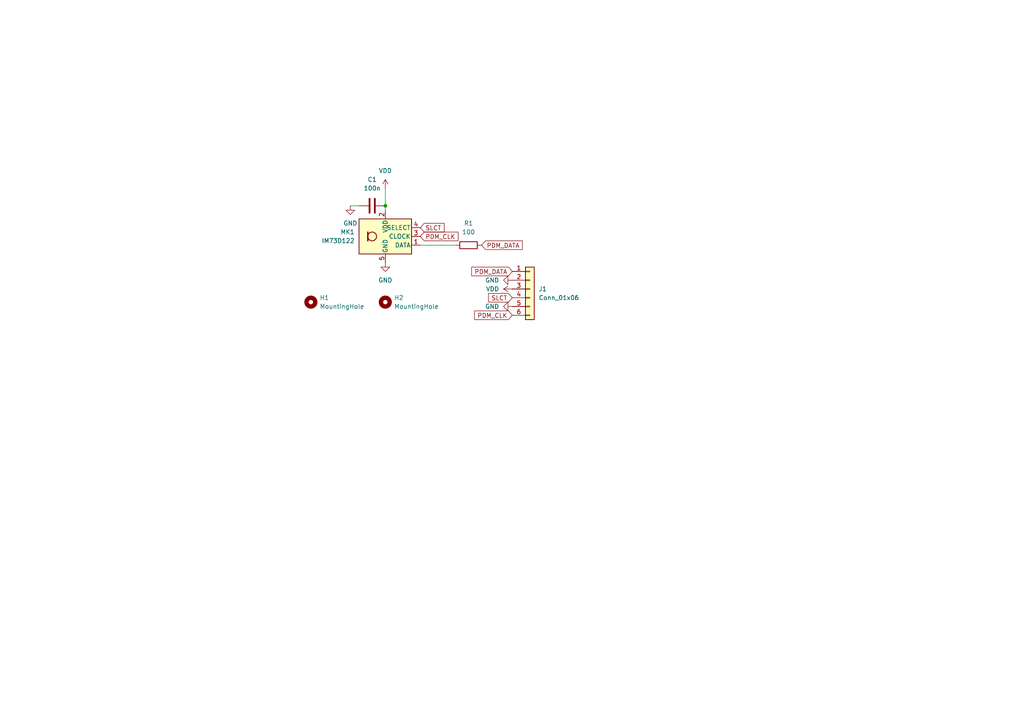
<source format=kicad_sch>
(kicad_sch
	(version 20231120)
	(generator "eeschema")
	(generator_version "8.0")
	(uuid "3679830d-971e-4103-a853-de9ec8119d58")
	(paper "A4")
	(lib_symbols
		(symbol "Connector_Generic:Conn_01x06"
			(pin_names
				(offset 1.016) hide)
			(exclude_from_sim no)
			(in_bom yes)
			(on_board yes)
			(property "Reference" "J"
				(at 0 7.62 0)
				(effects
					(font
						(size 1.27 1.27)
					)
				)
			)
			(property "Value" "Conn_01x06"
				(at 0 -10.16 0)
				(effects
					(font
						(size 1.27 1.27)
					)
				)
			)
			(property "Footprint" ""
				(at 0 0 0)
				(effects
					(font
						(size 1.27 1.27)
					)
					(hide yes)
				)
			)
			(property "Datasheet" "~"
				(at 0 0 0)
				(effects
					(font
						(size 1.27 1.27)
					)
					(hide yes)
				)
			)
			(property "Description" "Generic connector, single row, 01x06, script generated (kicad-library-utils/schlib/autogen/connector/)"
				(at 0 0 0)
				(effects
					(font
						(size 1.27 1.27)
					)
					(hide yes)
				)
			)
			(property "ki_keywords" "connector"
				(at 0 0 0)
				(effects
					(font
						(size 1.27 1.27)
					)
					(hide yes)
				)
			)
			(property "ki_fp_filters" "Connector*:*_1x??_*"
				(at 0 0 0)
				(effects
					(font
						(size 1.27 1.27)
					)
					(hide yes)
				)
			)
			(symbol "Conn_01x06_1_1"
				(rectangle
					(start -1.27 -7.493)
					(end 0 -7.747)
					(stroke
						(width 0.1524)
						(type default)
					)
					(fill
						(type none)
					)
				)
				(rectangle
					(start -1.27 -4.953)
					(end 0 -5.207)
					(stroke
						(width 0.1524)
						(type default)
					)
					(fill
						(type none)
					)
				)
				(rectangle
					(start -1.27 -2.413)
					(end 0 -2.667)
					(stroke
						(width 0.1524)
						(type default)
					)
					(fill
						(type none)
					)
				)
				(rectangle
					(start -1.27 0.127)
					(end 0 -0.127)
					(stroke
						(width 0.1524)
						(type default)
					)
					(fill
						(type none)
					)
				)
				(rectangle
					(start -1.27 2.667)
					(end 0 2.413)
					(stroke
						(width 0.1524)
						(type default)
					)
					(fill
						(type none)
					)
				)
				(rectangle
					(start -1.27 5.207)
					(end 0 4.953)
					(stroke
						(width 0.1524)
						(type default)
					)
					(fill
						(type none)
					)
				)
				(rectangle
					(start -1.27 6.35)
					(end 1.27 -8.89)
					(stroke
						(width 0.254)
						(type default)
					)
					(fill
						(type background)
					)
				)
				(pin passive line
					(at -5.08 5.08 0)
					(length 3.81)
					(name "Pin_1"
						(effects
							(font
								(size 1.27 1.27)
							)
						)
					)
					(number "1"
						(effects
							(font
								(size 1.27 1.27)
							)
						)
					)
				)
				(pin passive line
					(at -5.08 2.54 0)
					(length 3.81)
					(name "Pin_2"
						(effects
							(font
								(size 1.27 1.27)
							)
						)
					)
					(number "2"
						(effects
							(font
								(size 1.27 1.27)
							)
						)
					)
				)
				(pin passive line
					(at -5.08 0 0)
					(length 3.81)
					(name "Pin_3"
						(effects
							(font
								(size 1.27 1.27)
							)
						)
					)
					(number "3"
						(effects
							(font
								(size 1.27 1.27)
							)
						)
					)
				)
				(pin passive line
					(at -5.08 -2.54 0)
					(length 3.81)
					(name "Pin_4"
						(effects
							(font
								(size 1.27 1.27)
							)
						)
					)
					(number "4"
						(effects
							(font
								(size 1.27 1.27)
							)
						)
					)
				)
				(pin passive line
					(at -5.08 -5.08 0)
					(length 3.81)
					(name "Pin_5"
						(effects
							(font
								(size 1.27 1.27)
							)
						)
					)
					(number "5"
						(effects
							(font
								(size 1.27 1.27)
							)
						)
					)
				)
				(pin passive line
					(at -5.08 -7.62 0)
					(length 3.81)
					(name "Pin_6"
						(effects
							(font
								(size 1.27 1.27)
							)
						)
					)
					(number "6"
						(effects
							(font
								(size 1.27 1.27)
							)
						)
					)
				)
			)
		)
		(symbol "Device:C"
			(pin_numbers hide)
			(pin_names
				(offset 0.254)
			)
			(exclude_from_sim no)
			(in_bom yes)
			(on_board yes)
			(property "Reference" "C"
				(at 0.635 2.54 0)
				(effects
					(font
						(size 1.27 1.27)
					)
					(justify left)
				)
			)
			(property "Value" "C"
				(at 0.635 -2.54 0)
				(effects
					(font
						(size 1.27 1.27)
					)
					(justify left)
				)
			)
			(property "Footprint" ""
				(at 0.9652 -3.81 0)
				(effects
					(font
						(size 1.27 1.27)
					)
					(hide yes)
				)
			)
			(property "Datasheet" "~"
				(at 0 0 0)
				(effects
					(font
						(size 1.27 1.27)
					)
					(hide yes)
				)
			)
			(property "Description" "Unpolarized capacitor"
				(at 0 0 0)
				(effects
					(font
						(size 1.27 1.27)
					)
					(hide yes)
				)
			)
			(property "ki_keywords" "cap capacitor"
				(at 0 0 0)
				(effects
					(font
						(size 1.27 1.27)
					)
					(hide yes)
				)
			)
			(property "ki_fp_filters" "C_*"
				(at 0 0 0)
				(effects
					(font
						(size 1.27 1.27)
					)
					(hide yes)
				)
			)
			(symbol "C_0_1"
				(polyline
					(pts
						(xy -2.032 -0.762) (xy 2.032 -0.762)
					)
					(stroke
						(width 0.508)
						(type default)
					)
					(fill
						(type none)
					)
				)
				(polyline
					(pts
						(xy -2.032 0.762) (xy 2.032 0.762)
					)
					(stroke
						(width 0.508)
						(type default)
					)
					(fill
						(type none)
					)
				)
			)
			(symbol "C_1_1"
				(pin passive line
					(at 0 3.81 270)
					(length 2.794)
					(name "~"
						(effects
							(font
								(size 1.27 1.27)
							)
						)
					)
					(number "1"
						(effects
							(font
								(size 1.27 1.27)
							)
						)
					)
				)
				(pin passive line
					(at 0 -3.81 90)
					(length 2.794)
					(name "~"
						(effects
							(font
								(size 1.27 1.27)
							)
						)
					)
					(number "2"
						(effects
							(font
								(size 1.27 1.27)
							)
						)
					)
				)
			)
		)
		(symbol "Device:R"
			(pin_numbers hide)
			(pin_names
				(offset 0)
			)
			(exclude_from_sim no)
			(in_bom yes)
			(on_board yes)
			(property "Reference" "R"
				(at 2.032 0 90)
				(effects
					(font
						(size 1.27 1.27)
					)
				)
			)
			(property "Value" "R"
				(at 0 0 90)
				(effects
					(font
						(size 1.27 1.27)
					)
				)
			)
			(property "Footprint" ""
				(at -1.778 0 90)
				(effects
					(font
						(size 1.27 1.27)
					)
					(hide yes)
				)
			)
			(property "Datasheet" "~"
				(at 0 0 0)
				(effects
					(font
						(size 1.27 1.27)
					)
					(hide yes)
				)
			)
			(property "Description" "Resistor"
				(at 0 0 0)
				(effects
					(font
						(size 1.27 1.27)
					)
					(hide yes)
				)
			)
			(property "ki_keywords" "R res resistor"
				(at 0 0 0)
				(effects
					(font
						(size 1.27 1.27)
					)
					(hide yes)
				)
			)
			(property "ki_fp_filters" "R_*"
				(at 0 0 0)
				(effects
					(font
						(size 1.27 1.27)
					)
					(hide yes)
				)
			)
			(symbol "R_0_1"
				(rectangle
					(start -1.016 -2.54)
					(end 1.016 2.54)
					(stroke
						(width 0.254)
						(type default)
					)
					(fill
						(type none)
					)
				)
			)
			(symbol "R_1_1"
				(pin passive line
					(at 0 3.81 270)
					(length 1.27)
					(name "~"
						(effects
							(font
								(size 1.27 1.27)
							)
						)
					)
					(number "1"
						(effects
							(font
								(size 1.27 1.27)
							)
						)
					)
				)
				(pin passive line
					(at 0 -3.81 90)
					(length 1.27)
					(name "~"
						(effects
							(font
								(size 1.27 1.27)
							)
						)
					)
					(number "2"
						(effects
							(font
								(size 1.27 1.27)
							)
						)
					)
				)
			)
		)
		(symbol "Mechanical:MountingHole"
			(pin_names
				(offset 1.016)
			)
			(exclude_from_sim yes)
			(in_bom no)
			(on_board yes)
			(property "Reference" "H"
				(at 0 5.08 0)
				(effects
					(font
						(size 1.27 1.27)
					)
				)
			)
			(property "Value" "MountingHole"
				(at 0 3.175 0)
				(effects
					(font
						(size 1.27 1.27)
					)
				)
			)
			(property "Footprint" ""
				(at 0 0 0)
				(effects
					(font
						(size 1.27 1.27)
					)
					(hide yes)
				)
			)
			(property "Datasheet" "~"
				(at 0 0 0)
				(effects
					(font
						(size 1.27 1.27)
					)
					(hide yes)
				)
			)
			(property "Description" "Mounting Hole without connection"
				(at 0 0 0)
				(effects
					(font
						(size 1.27 1.27)
					)
					(hide yes)
				)
			)
			(property "ki_keywords" "mounting hole"
				(at 0 0 0)
				(effects
					(font
						(size 1.27 1.27)
					)
					(hide yes)
				)
			)
			(property "ki_fp_filters" "MountingHole*"
				(at 0 0 0)
				(effects
					(font
						(size 1.27 1.27)
					)
					(hide yes)
				)
			)
			(symbol "MountingHole_0_1"
				(circle
					(center 0 0)
					(radius 1.27)
					(stroke
						(width 1.27)
						(type default)
					)
					(fill
						(type none)
					)
				)
			)
		)
		(symbol "Sensor_Audio:IM69D130"
			(pin_names
				(offset 0.254)
			)
			(exclude_from_sim no)
			(in_bom yes)
			(on_board yes)
			(property "Reference" "MK"
				(at -7.62 6.35 0)
				(effects
					(font
						(size 1.27 1.27)
					)
					(justify left)
				)
			)
			(property "Value" "IM69D130"
				(at 1.27 6.35 0)
				(effects
					(font
						(size 1.27 1.27)
					)
					(justify left)
				)
			)
			(property "Footprint" "Sensor_Audio:Infineon_PG-LLGA-5-1"
				(at 17.78 -7.62 0)
				(effects
					(font
						(size 1.27 1.27)
						(italic yes)
					)
					(hide yes)
				)
			)
			(property "Datasheet" "https://www.infineon.com/dgdl/Infineon-IM69D130-DS-v01_00-EN.pdf?fileId=5546d462602a9dc801607a0e46511a2e"
				(at 0 0 0)
				(effects
					(font
						(size 1.27 1.27)
					)
					(hide yes)
				)
			)
			(property "Description" "High performance digital XENSIV MEMS microphone, -36 dBFS Sensitivity, LLGA-5"
				(at 0 0 0)
				(effects
					(font
						(size 1.27 1.27)
					)
					(hide yes)
				)
			)
			(property "ki_keywords" "mems microphone"
				(at 0 0 0)
				(effects
					(font
						(size 1.27 1.27)
					)
					(hide yes)
				)
			)
			(property "ki_fp_filters" "Infineon*PG*LLGA*"
				(at 0 0 0)
				(effects
					(font
						(size 1.27 1.27)
					)
					(hide yes)
				)
			)
			(symbol "IM69D130_0_1"
				(rectangle
					(start -7.62 5.08)
					(end 7.62 -5.08)
					(stroke
						(width 0.254)
						(type default)
					)
					(fill
						(type background)
					)
				)
				(circle
					(center -3.81 0)
					(radius 1.27)
					(stroke
						(width 0.254)
						(type default)
					)
					(fill
						(type none)
					)
				)
				(polyline
					(pts
						(xy -5.08 1.27) (xy -5.08 -1.27)
					)
					(stroke
						(width 0.381)
						(type default)
					)
					(fill
						(type none)
					)
				)
			)
			(symbol "IM69D130_1_1"
				(pin output line
					(at 10.16 -2.54 180)
					(length 2.54)
					(name "DATA"
						(effects
							(font
								(size 1.27 1.27)
							)
						)
					)
					(number "1"
						(effects
							(font
								(size 1.27 1.27)
							)
						)
					)
				)
				(pin power_in line
					(at 0 7.62 270)
					(length 2.54)
					(name "VDD"
						(effects
							(font
								(size 1.27 1.27)
							)
						)
					)
					(number "2"
						(effects
							(font
								(size 1.27 1.27)
							)
						)
					)
				)
				(pin input line
					(at 10.16 0 180)
					(length 2.54)
					(name "CLOCK"
						(effects
							(font
								(size 1.27 1.27)
							)
						)
					)
					(number "3"
						(effects
							(font
								(size 1.27 1.27)
							)
						)
					)
				)
				(pin input line
					(at 10.16 2.54 180)
					(length 2.54)
					(name "SELECT"
						(effects
							(font
								(size 1.27 1.27)
							)
						)
					)
					(number "4"
						(effects
							(font
								(size 1.27 1.27)
							)
						)
					)
				)
				(pin power_in line
					(at 0 -7.62 90)
					(length 2.54)
					(name "GND"
						(effects
							(font
								(size 1.27 1.27)
							)
						)
					)
					(number "5"
						(effects
							(font
								(size 1.27 1.27)
							)
						)
					)
				)
			)
		)
		(symbol "power:GND"
			(power)
			(pin_numbers hide)
			(pin_names
				(offset 0) hide)
			(exclude_from_sim no)
			(in_bom yes)
			(on_board yes)
			(property "Reference" "#PWR"
				(at 0 -6.35 0)
				(effects
					(font
						(size 1.27 1.27)
					)
					(hide yes)
				)
			)
			(property "Value" "GND"
				(at 0 -3.81 0)
				(effects
					(font
						(size 1.27 1.27)
					)
				)
			)
			(property "Footprint" ""
				(at 0 0 0)
				(effects
					(font
						(size 1.27 1.27)
					)
					(hide yes)
				)
			)
			(property "Datasheet" ""
				(at 0 0 0)
				(effects
					(font
						(size 1.27 1.27)
					)
					(hide yes)
				)
			)
			(property "Description" "Power symbol creates a global label with name \"GND\" , ground"
				(at 0 0 0)
				(effects
					(font
						(size 1.27 1.27)
					)
					(hide yes)
				)
			)
			(property "ki_keywords" "global power"
				(at 0 0 0)
				(effects
					(font
						(size 1.27 1.27)
					)
					(hide yes)
				)
			)
			(symbol "GND_0_1"
				(polyline
					(pts
						(xy 0 0) (xy 0 -1.27) (xy 1.27 -1.27) (xy 0 -2.54) (xy -1.27 -1.27) (xy 0 -1.27)
					)
					(stroke
						(width 0)
						(type default)
					)
					(fill
						(type none)
					)
				)
			)
			(symbol "GND_1_1"
				(pin power_in line
					(at 0 0 270)
					(length 0)
					(name "~"
						(effects
							(font
								(size 1.27 1.27)
							)
						)
					)
					(number "1"
						(effects
							(font
								(size 1.27 1.27)
							)
						)
					)
				)
			)
		)
		(symbol "power:VDD"
			(power)
			(pin_numbers hide)
			(pin_names
				(offset 0) hide)
			(exclude_from_sim no)
			(in_bom yes)
			(on_board yes)
			(property "Reference" "#PWR"
				(at 0 -3.81 0)
				(effects
					(font
						(size 1.27 1.27)
					)
					(hide yes)
				)
			)
			(property "Value" "VDD"
				(at 0 3.556 0)
				(effects
					(font
						(size 1.27 1.27)
					)
				)
			)
			(property "Footprint" ""
				(at 0 0 0)
				(effects
					(font
						(size 1.27 1.27)
					)
					(hide yes)
				)
			)
			(property "Datasheet" ""
				(at 0 0 0)
				(effects
					(font
						(size 1.27 1.27)
					)
					(hide yes)
				)
			)
			(property "Description" "Power symbol creates a global label with name \"VDD\""
				(at 0 0 0)
				(effects
					(font
						(size 1.27 1.27)
					)
					(hide yes)
				)
			)
			(property "ki_keywords" "global power"
				(at 0 0 0)
				(effects
					(font
						(size 1.27 1.27)
					)
					(hide yes)
				)
			)
			(symbol "VDD_0_1"
				(polyline
					(pts
						(xy -0.762 1.27) (xy 0 2.54)
					)
					(stroke
						(width 0)
						(type default)
					)
					(fill
						(type none)
					)
				)
				(polyline
					(pts
						(xy 0 0) (xy 0 2.54)
					)
					(stroke
						(width 0)
						(type default)
					)
					(fill
						(type none)
					)
				)
				(polyline
					(pts
						(xy 0 2.54) (xy 0.762 1.27)
					)
					(stroke
						(width 0)
						(type default)
					)
					(fill
						(type none)
					)
				)
			)
			(symbol "VDD_1_1"
				(pin power_in line
					(at 0 0 90)
					(length 0)
					(name "~"
						(effects
							(font
								(size 1.27 1.27)
							)
						)
					)
					(number "1"
						(effects
							(font
								(size 1.27 1.27)
							)
						)
					)
				)
			)
		)
	)
	(junction
		(at 111.76 59.69)
		(diameter 0)
		(color 0 0 0 0)
		(uuid "858efd42-3b88-4768-90dd-d7d0aed8c827")
	)
	(wire
		(pts
			(xy 101.6 59.69) (xy 104.14 59.69)
		)
		(stroke
			(width 0)
			(type default)
		)
		(uuid "3ab1b037-e192-45ba-bb6d-67cbd49b2710")
	)
	(wire
		(pts
			(xy 132.08 71.12) (xy 121.92 71.12)
		)
		(stroke
			(width 0)
			(type default)
		)
		(uuid "3db93f5d-ec3a-4b7d-a851-1ce2d195074f")
	)
	(wire
		(pts
			(xy 111.76 59.69) (xy 111.76 60.96)
		)
		(stroke
			(width 0)
			(type default)
		)
		(uuid "c6046604-7b75-4be3-b1dd-ec0a97b941e7")
	)
	(wire
		(pts
			(xy 111.76 54.61) (xy 111.76 59.69)
		)
		(stroke
			(width 0)
			(type default)
		)
		(uuid "d518e256-fcb4-47a2-a772-4159b5a7dca4")
	)
	(global_label "PDM_CLK"
		(shape input)
		(at 148.59 91.44 180)
		(fields_autoplaced yes)
		(effects
			(font
				(size 1.27 1.27)
			)
			(justify right)
		)
		(uuid "10d8aadf-6b31-4f3e-935e-9121ebb4726c")
		(property "Intersheetrefs" "${INTERSHEET_REFS}"
			(at 137.0777 91.44 0)
			(effects
				(font
					(size 1.27 1.27)
				)
				(justify right)
				(hide yes)
			)
		)
	)
	(global_label "SLCT"
		(shape input)
		(at 121.92 66.04 0)
		(fields_autoplaced yes)
		(effects
			(font
				(size 1.27 1.27)
			)
			(justify left)
		)
		(uuid "2143f656-50e9-468e-b7a0-4c2182e26666")
		(property "Intersheetrefs" "${INTERSHEET_REFS}"
			(at 129.3804 66.04 0)
			(effects
				(font
					(size 1.27 1.27)
				)
				(justify left)
				(hide yes)
			)
		)
	)
	(global_label "PDM_DATA"
		(shape input)
		(at 139.7 71.12 0)
		(fields_autoplaced yes)
		(effects
			(font
				(size 1.27 1.27)
			)
			(justify left)
		)
		(uuid "5a2c08b7-dd6f-4e3b-a678-5a1cc310aca5")
		(property "Intersheetrefs" "${INTERSHEET_REFS}"
			(at 152.059 71.12 0)
			(effects
				(font
					(size 1.27 1.27)
				)
				(justify left)
				(hide yes)
			)
		)
	)
	(global_label "PDM_DATA"
		(shape input)
		(at 148.59 78.74 180)
		(fields_autoplaced yes)
		(effects
			(font
				(size 1.27 1.27)
			)
			(justify right)
		)
		(uuid "70957c24-94ee-4e8d-a568-e8d093bfabea")
		(property "Intersheetrefs" "${INTERSHEET_REFS}"
			(at 136.231 78.74 0)
			(effects
				(font
					(size 1.27 1.27)
				)
				(justify right)
				(hide yes)
			)
		)
	)
	(global_label "SLCT"
		(shape input)
		(at 148.59 86.36 180)
		(fields_autoplaced yes)
		(effects
			(font
				(size 1.27 1.27)
			)
			(justify right)
		)
		(uuid "7daff6a4-dfd8-4f63-bd95-bd95a448d657")
		(property "Intersheetrefs" "${INTERSHEET_REFS}"
			(at 141.1296 86.36 0)
			(effects
				(font
					(size 1.27 1.27)
				)
				(justify right)
				(hide yes)
			)
		)
	)
	(global_label "PDM_CLK"
		(shape input)
		(at 121.92 68.58 0)
		(fields_autoplaced yes)
		(effects
			(font
				(size 1.27 1.27)
			)
			(justify left)
		)
		(uuid "d756bd6e-5ad8-4669-ba49-1bbe5062afc7")
		(property "Intersheetrefs" "${INTERSHEET_REFS}"
			(at 133.4323 68.58 0)
			(effects
				(font
					(size 1.27 1.27)
				)
				(justify left)
				(hide yes)
			)
		)
	)
	(symbol
		(lib_id "Device:C")
		(at 107.95 59.69 90)
		(unit 1)
		(exclude_from_sim no)
		(in_bom yes)
		(on_board yes)
		(dnp no)
		(fields_autoplaced yes)
		(uuid "1d3b7a63-bd9d-43c2-99a6-69df1433702e")
		(property "Reference" "C1"
			(at 107.95 52.07 90)
			(effects
				(font
					(size 1.27 1.27)
				)
			)
		)
		(property "Value" "100n"
			(at 107.95 54.61 90)
			(effects
				(font
					(size 1.27 1.27)
				)
			)
		)
		(property "Footprint" "Capacitor_SMD:C_0603_1608Metric"
			(at 111.76 58.7248 0)
			(effects
				(font
					(size 1.27 1.27)
				)
				(hide yes)
			)
		)
		(property "Datasheet" "~"
			(at 107.95 59.69 0)
			(effects
				(font
					(size 1.27 1.27)
				)
				(hide yes)
			)
		)
		(property "Description" "Unpolarized capacitor"
			(at 107.95 59.69 0)
			(effects
				(font
					(size 1.27 1.27)
				)
				(hide yes)
			)
		)
		(pin "2"
			(uuid "6c25396e-f467-4e71-a678-d96b7f35b25f")
		)
		(pin "1"
			(uuid "e7cc424a-a886-499b-8f84-8e187493c33d")
		)
		(instances
			(project "spider-array"
				(path "/3679830d-971e-4103-a853-de9ec8119d58"
					(reference "C1")
					(unit 1)
				)
			)
		)
	)
	(symbol
		(lib_id "Mechanical:MountingHole")
		(at 90.17 87.63 0)
		(unit 1)
		(exclude_from_sim yes)
		(in_bom no)
		(on_board yes)
		(dnp no)
		(fields_autoplaced yes)
		(uuid "1f65bc0c-bee9-46c3-a0e4-e68a6ee55fec")
		(property "Reference" "H1"
			(at 92.71 86.3599 0)
			(effects
				(font
					(size 1.27 1.27)
				)
				(justify left)
			)
		)
		(property "Value" "MountingHole"
			(at 92.71 88.8999 0)
			(effects
				(font
					(size 1.27 1.27)
				)
				(justify left)
			)
		)
		(property "Footprint" "MountingHole:MountingHole_2.2mm_M2"
			(at 90.17 87.63 0)
			(effects
				(font
					(size 1.27 1.27)
				)
				(hide yes)
			)
		)
		(property "Datasheet" "~"
			(at 90.17 87.63 0)
			(effects
				(font
					(size 1.27 1.27)
				)
				(hide yes)
			)
		)
		(property "Description" "Mounting Hole without connection"
			(at 90.17 87.63 0)
			(effects
				(font
					(size 1.27 1.27)
				)
				(hide yes)
			)
		)
		(instances
			(project ""
				(path "/3679830d-971e-4103-a853-de9ec8119d58"
					(reference "H1")
					(unit 1)
				)
			)
		)
	)
	(symbol
		(lib_id "power:GND")
		(at 148.59 81.28 270)
		(unit 1)
		(exclude_from_sim no)
		(in_bom yes)
		(on_board yes)
		(dnp no)
		(fields_autoplaced yes)
		(uuid "23dfcdc9-eee6-4c91-bf2a-7ae5a1fafd7c")
		(property "Reference" "#PWR04"
			(at 142.24 81.28 0)
			(effects
				(font
					(size 1.27 1.27)
				)
				(hide yes)
			)
		)
		(property "Value" "GND"
			(at 144.78 81.2799 90)
			(effects
				(font
					(size 1.27 1.27)
				)
				(justify right)
			)
		)
		(property "Footprint" ""
			(at 148.59 81.28 0)
			(effects
				(font
					(size 1.27 1.27)
				)
				(hide yes)
			)
		)
		(property "Datasheet" ""
			(at 148.59 81.28 0)
			(effects
				(font
					(size 1.27 1.27)
				)
				(hide yes)
			)
		)
		(property "Description" "Power symbol creates a global label with name \"GND\" , ground"
			(at 148.59 81.28 0)
			(effects
				(font
					(size 1.27 1.27)
				)
				(hide yes)
			)
		)
		(pin "1"
			(uuid "d7a34030-3d90-47a2-ad81-2bfded41c299")
		)
		(instances
			(project "spider-array"
				(path "/3679830d-971e-4103-a853-de9ec8119d58"
					(reference "#PWR04")
					(unit 1)
				)
			)
		)
	)
	(symbol
		(lib_id "power:GND")
		(at 148.59 88.9 270)
		(unit 1)
		(exclude_from_sim no)
		(in_bom yes)
		(on_board yes)
		(dnp no)
		(fields_autoplaced yes)
		(uuid "2f6b3f05-3e23-4d28-8ead-324a8e5e9db4")
		(property "Reference" "#PWR06"
			(at 142.24 88.9 0)
			(effects
				(font
					(size 1.27 1.27)
				)
				(hide yes)
			)
		)
		(property "Value" "GND"
			(at 144.78 88.8999 90)
			(effects
				(font
					(size 1.27 1.27)
				)
				(justify right)
			)
		)
		(property "Footprint" ""
			(at 148.59 88.9 0)
			(effects
				(font
					(size 1.27 1.27)
				)
				(hide yes)
			)
		)
		(property "Datasheet" ""
			(at 148.59 88.9 0)
			(effects
				(font
					(size 1.27 1.27)
				)
				(hide yes)
			)
		)
		(property "Description" "Power symbol creates a global label with name \"GND\" , ground"
			(at 148.59 88.9 0)
			(effects
				(font
					(size 1.27 1.27)
				)
				(hide yes)
			)
		)
		(pin "1"
			(uuid "08a9f9b7-76d1-4c41-836b-c51050d6cc77")
		)
		(instances
			(project "spider-array"
				(path "/3679830d-971e-4103-a853-de9ec8119d58"
					(reference "#PWR06")
					(unit 1)
				)
			)
		)
	)
	(symbol
		(lib_id "Mechanical:MountingHole")
		(at 111.76 87.63 0)
		(unit 1)
		(exclude_from_sim yes)
		(in_bom no)
		(on_board yes)
		(dnp no)
		(fields_autoplaced yes)
		(uuid "366a9f45-bab5-4ee3-aecd-b9797124af96")
		(property "Reference" "H2"
			(at 114.3 86.3599 0)
			(effects
				(font
					(size 1.27 1.27)
				)
				(justify left)
			)
		)
		(property "Value" "MountingHole"
			(at 114.3 88.8999 0)
			(effects
				(font
					(size 1.27 1.27)
				)
				(justify left)
			)
		)
		(property "Footprint" "MountingHole:MountingHole_2.2mm_M2"
			(at 111.76 87.63 0)
			(effects
				(font
					(size 1.27 1.27)
				)
				(hide yes)
			)
		)
		(property "Datasheet" "~"
			(at 111.76 87.63 0)
			(effects
				(font
					(size 1.27 1.27)
				)
				(hide yes)
			)
		)
		(property "Description" "Mounting Hole without connection"
			(at 111.76 87.63 0)
			(effects
				(font
					(size 1.27 1.27)
				)
				(hide yes)
			)
		)
		(instances
			(project "spider-array"
				(path "/3679830d-971e-4103-a853-de9ec8119d58"
					(reference "H2")
					(unit 1)
				)
			)
		)
	)
	(symbol
		(lib_id "Device:R")
		(at 135.89 71.12 90)
		(unit 1)
		(exclude_from_sim no)
		(in_bom yes)
		(on_board yes)
		(dnp no)
		(fields_autoplaced yes)
		(uuid "41448be2-4c37-4061-8178-6bc8a1b26476")
		(property "Reference" "R1"
			(at 135.89 64.77 90)
			(effects
				(font
					(size 1.27 1.27)
				)
			)
		)
		(property "Value" "100"
			(at 135.89 67.31 90)
			(effects
				(font
					(size 1.27 1.27)
				)
			)
		)
		(property "Footprint" "Resistor_SMD:R_0603_1608Metric"
			(at 135.89 72.898 90)
			(effects
				(font
					(size 1.27 1.27)
				)
				(hide yes)
			)
		)
		(property "Datasheet" "~"
			(at 135.89 71.12 0)
			(effects
				(font
					(size 1.27 1.27)
				)
				(hide yes)
			)
		)
		(property "Description" "Resistor"
			(at 135.89 71.12 0)
			(effects
				(font
					(size 1.27 1.27)
				)
				(hide yes)
			)
		)
		(pin "1"
			(uuid "67efcce3-8fcb-4228-8a8e-b413dfe4164c")
		)
		(pin "2"
			(uuid "f3be57f6-a67f-44b1-90c3-eac700af79c9")
		)
		(instances
			(project ""
				(path "/3679830d-971e-4103-a853-de9ec8119d58"
					(reference "R1")
					(unit 1)
				)
			)
		)
	)
	(symbol
		(lib_id "Connector_Generic:Conn_01x06")
		(at 153.67 83.82 0)
		(unit 1)
		(exclude_from_sim no)
		(in_bom yes)
		(on_board yes)
		(dnp no)
		(fields_autoplaced yes)
		(uuid "53b807c9-c3f1-4f99-9e2d-b56458de68cb")
		(property "Reference" "J1"
			(at 156.21 83.8199 0)
			(effects
				(font
					(size 1.27 1.27)
				)
				(justify left)
			)
		)
		(property "Value" "Conn_01x06"
			(at 156.21 86.3599 0)
			(effects
				(font
					(size 1.27 1.27)
				)
				(justify left)
			)
		)
		(property "Footprint" "Connector_FFC-FPC:Hirose_FH12-6S-0.5SH_1x06-1MP_P0.50mm_Horizontal"
			(at 153.67 83.82 0)
			(effects
				(font
					(size 1.27 1.27)
				)
				(hide yes)
			)
		)
		(property "Datasheet" "~"
			(at 153.67 83.82 0)
			(effects
				(font
					(size 1.27 1.27)
				)
				(hide yes)
			)
		)
		(property "Description" "Generic connector, single row, 01x06, script generated (kicad-library-utils/schlib/autogen/connector/)"
			(at 153.67 83.82 0)
			(effects
				(font
					(size 1.27 1.27)
				)
				(hide yes)
			)
		)
		(pin "2"
			(uuid "b101001f-4a63-456d-ad55-83cde920ea8b")
		)
		(pin "1"
			(uuid "21d9f81c-13c0-4ba4-bd77-89094d1534c9")
		)
		(pin "6"
			(uuid "59bf7462-c3e0-4272-b2ae-73f2782c89ed")
		)
		(pin "4"
			(uuid "0e5095ee-b72e-44ac-b936-e3f27251b4ea")
		)
		(pin "5"
			(uuid "daf2dca8-b639-466c-9bca-2bd82f833625")
		)
		(pin "3"
			(uuid "25d53bd5-947f-4f61-b2f8-686f143af093")
		)
		(instances
			(project "spider-array"
				(path "/3679830d-971e-4103-a853-de9ec8119d58"
					(reference "J1")
					(unit 1)
				)
			)
		)
	)
	(symbol
		(lib_id "Sensor_Audio:IM69D130")
		(at 111.76 68.58 0)
		(unit 1)
		(exclude_from_sim no)
		(in_bom yes)
		(on_board yes)
		(dnp no)
		(fields_autoplaced yes)
		(uuid "674ff795-9759-4b98-ba3c-22817010c7de")
		(property "Reference" "MK1"
			(at 102.87 67.3099 0)
			(effects
				(font
					(size 1.27 1.27)
				)
				(justify right)
			)
		)
		(property "Value" "IM73D122"
			(at 102.87 69.8499 0)
			(effects
				(font
					(size 1.27 1.27)
				)
				(justify right)
			)
		)
		(property "Footprint" "Sensor_Audio:Infineon_PG-LLGA-5-1"
			(at 129.54 76.2 0)
			(effects
				(font
					(size 1.27 1.27)
					(italic yes)
				)
				(hide yes)
			)
		)
		(property "Datasheet" "https://www.infineon.com/dgdl/Infineon-IM69D130-DS-v01_00-EN.pdf?fileId=5546d462602a9dc801607a0e46511a2e"
			(at 111.76 68.58 0)
			(effects
				(font
					(size 1.27 1.27)
				)
				(hide yes)
			)
		)
		(property "Description" "Ultra-low noise high sensitivity digital XENSIVTM MEMS microphone"
			(at 111.76 68.58 0)
			(effects
				(font
					(size 1.27 1.27)
				)
				(hide yes)
			)
		)
		(pin "4"
			(uuid "e89870bc-8484-45f4-be9d-1bf51d801c0b")
		)
		(pin "1"
			(uuid "4241a074-079b-4368-bdb6-7cb12c7d790c")
		)
		(pin "2"
			(uuid "8ea4fd0f-7571-4fb6-8c8d-398bd8477380")
		)
		(pin "3"
			(uuid "c8d024d2-6ba8-4af6-90a4-25077052e5bd")
		)
		(pin "5"
			(uuid "61213e7c-ea34-491b-8725-b55292b85f51")
		)
		(instances
			(project "spider-array"
				(path "/3679830d-971e-4103-a853-de9ec8119d58"
					(reference "MK1")
					(unit 1)
				)
			)
		)
	)
	(symbol
		(lib_id "power:GND")
		(at 101.6 59.69 0)
		(unit 1)
		(exclude_from_sim no)
		(in_bom yes)
		(on_board yes)
		(dnp no)
		(fields_autoplaced yes)
		(uuid "992cc455-d501-4b4b-8929-4f7fcfdd342e")
		(property "Reference" "#PWR01"
			(at 101.6 66.04 0)
			(effects
				(font
					(size 1.27 1.27)
				)
				(hide yes)
			)
		)
		(property "Value" "GND"
			(at 101.6 64.77 0)
			(effects
				(font
					(size 1.27 1.27)
				)
			)
		)
		(property "Footprint" ""
			(at 101.6 59.69 0)
			(effects
				(font
					(size 1.27 1.27)
				)
				(hide yes)
			)
		)
		(property "Datasheet" ""
			(at 101.6 59.69 0)
			(effects
				(font
					(size 1.27 1.27)
				)
				(hide yes)
			)
		)
		(property "Description" "Power symbol creates a global label with name \"GND\" , ground"
			(at 101.6 59.69 0)
			(effects
				(font
					(size 1.27 1.27)
				)
				(hide yes)
			)
		)
		(pin "1"
			(uuid "82bf23a0-3f4c-4c6a-b260-414c1679e1c5")
		)
		(instances
			(project "spider-array"
				(path "/3679830d-971e-4103-a853-de9ec8119d58"
					(reference "#PWR01")
					(unit 1)
				)
			)
		)
	)
	(symbol
		(lib_id "power:VDD")
		(at 111.76 54.61 0)
		(unit 1)
		(exclude_from_sim no)
		(in_bom yes)
		(on_board yes)
		(dnp no)
		(fields_autoplaced yes)
		(uuid "ab67d665-2700-416c-926d-94d284fc1762")
		(property "Reference" "#PWR02"
			(at 111.76 58.42 0)
			(effects
				(font
					(size 1.27 1.27)
				)
				(hide yes)
			)
		)
		(property "Value" "VDD"
			(at 111.76 49.53 0)
			(effects
				(font
					(size 1.27 1.27)
				)
			)
		)
		(property "Footprint" ""
			(at 111.76 54.61 0)
			(effects
				(font
					(size 1.27 1.27)
				)
				(hide yes)
			)
		)
		(property "Datasheet" ""
			(at 111.76 54.61 0)
			(effects
				(font
					(size 1.27 1.27)
				)
				(hide yes)
			)
		)
		(property "Description" "Power symbol creates a global label with name \"VDD\""
			(at 111.76 54.61 0)
			(effects
				(font
					(size 1.27 1.27)
				)
				(hide yes)
			)
		)
		(pin "1"
			(uuid "012e7866-83da-43ae-bed2-921f52ceb393")
		)
		(instances
			(project "spider-array"
				(path "/3679830d-971e-4103-a853-de9ec8119d58"
					(reference "#PWR02")
					(unit 1)
				)
			)
		)
	)
	(symbol
		(lib_id "power:VDD")
		(at 148.59 83.82 90)
		(unit 1)
		(exclude_from_sim no)
		(in_bom yes)
		(on_board yes)
		(dnp no)
		(fields_autoplaced yes)
		(uuid "afd8856a-f7ad-4b25-80be-0ac8f5dde7d4")
		(property "Reference" "#PWR05"
			(at 152.4 83.82 0)
			(effects
				(font
					(size 1.27 1.27)
				)
				(hide yes)
			)
		)
		(property "Value" "VDD"
			(at 144.78 83.8199 90)
			(effects
				(font
					(size 1.27 1.27)
				)
				(justify left)
			)
		)
		(property "Footprint" ""
			(at 148.59 83.82 0)
			(effects
				(font
					(size 1.27 1.27)
				)
				(hide yes)
			)
		)
		(property "Datasheet" ""
			(at 148.59 83.82 0)
			(effects
				(font
					(size 1.27 1.27)
				)
				(hide yes)
			)
		)
		(property "Description" "Power symbol creates a global label with name \"VDD\""
			(at 148.59 83.82 0)
			(effects
				(font
					(size 1.27 1.27)
				)
				(hide yes)
			)
		)
		(pin "1"
			(uuid "9f25d2c1-6143-43d7-b679-6a0740fc6cde")
		)
		(instances
			(project "spider-array"
				(path "/3679830d-971e-4103-a853-de9ec8119d58"
					(reference "#PWR05")
					(unit 1)
				)
			)
		)
	)
	(symbol
		(lib_id "power:GND")
		(at 111.76 76.2 0)
		(unit 1)
		(exclude_from_sim no)
		(in_bom yes)
		(on_board yes)
		(dnp no)
		(fields_autoplaced yes)
		(uuid "b25ffb85-184f-4a31-a8d7-383f79090f03")
		(property "Reference" "#PWR03"
			(at 111.76 82.55 0)
			(effects
				(font
					(size 1.27 1.27)
				)
				(hide yes)
			)
		)
		(property "Value" "GND"
			(at 111.76 81.28 0)
			(effects
				(font
					(size 1.27 1.27)
				)
			)
		)
		(property "Footprint" ""
			(at 111.76 76.2 0)
			(effects
				(font
					(size 1.27 1.27)
				)
				(hide yes)
			)
		)
		(property "Datasheet" ""
			(at 111.76 76.2 0)
			(effects
				(font
					(size 1.27 1.27)
				)
				(hide yes)
			)
		)
		(property "Description" "Power symbol creates a global label with name \"GND\" , ground"
			(at 111.76 76.2 0)
			(effects
				(font
					(size 1.27 1.27)
				)
				(hide yes)
			)
		)
		(pin "1"
			(uuid "c0c4fdcd-d7fb-4eea-81c6-6f8ceafb84f0")
		)
		(instances
			(project "spider-array"
				(path "/3679830d-971e-4103-a853-de9ec8119d58"
					(reference "#PWR03")
					(unit 1)
				)
			)
		)
	)
	(sheet_instances
		(path "/"
			(page "1")
		)
	)
)

</source>
